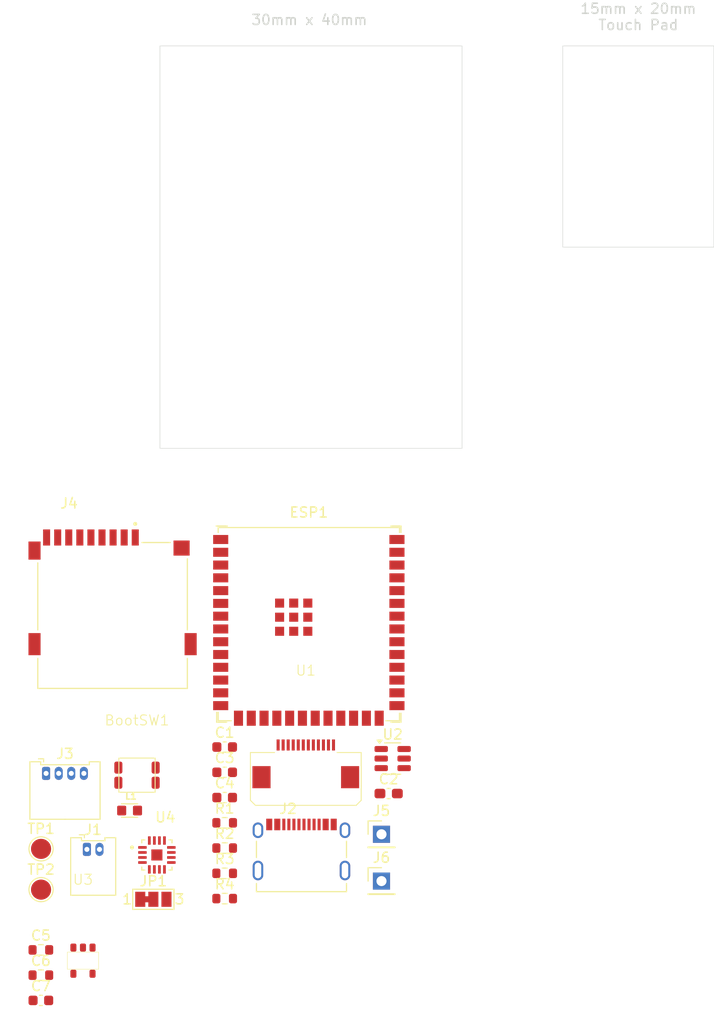
<source format=kicad_pcb>
(kicad_pcb (version 20240108) (generator "pcbnew") (generator_version "8.0")
  (layers (0 "F.Cu" signal) (31 "B.Cu" signal) (34 "B.Paste" user) (35 "F.Paste" user) (36 "B.SilkS" user "B.Silkscreen") (37 "F.SilkS" user "F.Silkscreen") (38 "B.Mask" user) (39 "F.Mask" user) (44 "Edge.Cuts" user))
  (net 0 "")
  (net 1 "Net-(ESP1-GPIO0{slash}BOOT)")
  (net 2 "GND")
  (net 3 "Net-(ESP1-EN)")
  (net 4 "+3V3")
  (net 5 "/3V3 Regulator/Vin")
  (net 9 "USB -")
  (net 19 "USB +")
  (net 41 "Net-(J1-Pin_1)")
  (net 42 "Net-(J1-Pin_2)")
  (net 45 "Net-(J2-CC1)")
  (net 47 "Net-(J2-VBUS_A)")
  (net 48 "Net-(J2-CC2)")
  (net 52 "+5V")
  (net 53 "SD Card Detect")
  (net 54 "SD Card CS")
  (net 55 "SD Card MISO")
  (net 57 "SD Card MOSI")
  (net 58 "SD Card CLK")
  (net 60 "Touch Pad")
  (net 61 "Net-(J6-Pin_1)")
  (net 62 "Net-(JP1-C)")
  (net 63 "Mic SCK")
  (net 64 "Snoot TX")
  (net 65 "Mic SD")
  (net 66 "Mic WS")
  (net 67 "Sensors SDA")
  (net 68 "Sensors SCL")
  (net 69 "SnootRX")
  (net 70 "Snoot GPIO")
  (net 74 "Speaker SCK")
  (net 75 "Speaker WS")
  (net 79 "Speaker SD")
  (net 81 "Speaker Enable{slash}Filter")
  (footprint "Capacitor_SMD:C_0603_1608Metric" (layer "F.Cu") (at 136.43 124.7)
    (property "Reference" "C4" (at 0 -1.43 0) (layer "F.SilkS"))
    (property "Value" "10uF")
    (fp_line (start -0.14058 -0.51) (end 0.14058 -0.51) (stroke (width 0.12)) (layer "F.SilkS"))
    (fp_line (start -0.14058 0.51) (end 0.14058 0.51) (stroke (width 0.12)) (layer "F.SilkS"))
    (pad "1" smd roundrect (at -0.775 0) (size 0.9 0.95) (layers "F.Cu" "F.Paste" "F.Mask") (net 5 "/3V3 Regulator/Vin"))
    (pad "2" smd roundrect (at 0.775 0) (size 0.9 0.95) (layers "F.Cu" "F.Paste" "F.Mask") (net 2 "GND"))
  )
  (footprint "Connector_PinHeader_2.54mm:PinHeader_1x01_P2.54mm_Vertical" (layer "F.Cu") (at 152 128.35)
    (property "Reference" "J5" (at 0 -2.33 0) (layer "F.SilkS"))
    (property "Value" "Touch Pad")
    (fp_line (start -1.33 -1.33) (end 0 -1.33) (stroke (width 0.12)) (layer "F.SilkS"))
    (fp_line (start -1.33 0) (end -1.33 -1.33) (stroke (width 0.12)) (layer "F.SilkS"))
    (fp_line (start -1.33 1.27) (end -1.33 1.33) (stroke (width 0.12)) (layer "F.SilkS"))
    (fp_line (start -1.33 1.27) (end 1.33 1.27) (stroke (width 0.12)) (layer "F.SilkS"))
    (fp_line (start -1.33 1.33) (end 1.33 1.33) (stroke (width 0.12)) (layer "F.SilkS"))
    (fp_line (start 1.33 1.27) (end 1.33 1.33) (stroke (width 0.12)) (layer "F.SilkS"))
    (pad "1" thru_hole rect (at 0 0) (size 1.7 1.7) (drill 1) (layers "*.Cu" "*.Mask") (net 60 "Touch Pad"))
  )
  (footprint "Resistor_SMD:R_0603_1608Metric" (layer "F.Cu") (at 136.43 132.23)
    (property "Reference" "R3" (at 0 -1.43 0) (layer "F.SilkS"))
    (property "Value" "5.1K")
    (fp_line (start -0.237258 -0.5225) (end 0.237258 -0.5225) (stroke (width 0.12)) (layer "F.SilkS"))
    (fp_line (start -0.237258 0.5225) (end 0.237258 0.5225) (stroke (width 0.12)) (layer "F.SilkS"))
    (pad "1" smd roundrect (at -0.825 0) (size 0.8 0.95) (layers "F.Cu" "F.Paste" "F.Mask") (net 48 "Net-(J2-CC2)"))
    (pad "2" smd roundrect (at 0.825 0) (size 0.8 0.95) (layers "F.Cu" "F.Paste" "F.Mask") (net 2 "GND"))
  )
  (footprint "Resistor_SMD:R_0603_1608Metric" (layer "F.Cu") (at 136.43 127.21)
    (property "Reference" "R1" (at 0 -1.43 0) (layer "F.SilkS"))
    (property "Value" "10K")
    (fp_line (start -0.237258 -0.5225) (end 0.237258 -0.5225) (stroke (width 0.12)) (layer "F.SilkS"))
    (fp_line (start -0.237258 0.5225) (end 0.237258 0.5225) (stroke (width 0.12)) (layer "F.SilkS"))
    (pad "1" smd roundrect (at -0.825 0) (size 0.8 0.95) (layers "F.Cu" "F.Paste" "F.Mask") (net 4 "+3V3"))
    (pad "2" smd roundrect (at 0.825 0) (size 0.8 0.95) (layers "F.Cu" "F.Paste" "F.Mask") (net 3 "Net-(ESP1-EN)"))
  )
  (footprint "Connector_Molex:Molex_PicoBlade_53048-0210_1x02_P1.25mm_Horizontal" (layer "F.Cu") (at 122.75 129.85)
    (property "Reference" "J1" (at 0.62 -1.95 0) (layer "F.SilkS"))
    (property "Value" "JST [A]")
    (fp_line (start -1.61 -1.16) (end -1.61 4.56) (stroke (width 0.12)) (layer "F.SilkS"))
    (fp_line (start -1.61 4.56) (end 0.625 4.56) (stroke (width 0.12)) (layer "F.SilkS"))
    (fp_line (start -0.54 -1.16) (end -1.61 -1.16) (stroke (width 0.12)) (layer "F.SilkS"))
    (fp_line (start -0.54 -0.86) (end -0.54 -1.16) (stroke (width 0.12)) (layer "F.SilkS"))
    (fp_line (start -0.25 -1.45) (end -0.75 -1.45) (stroke (width 0.12)) (layer "F.SilkS"))
    (fp_line (start -0.25 -1.15) (end -0.25 -1.45) (stroke (width 0.12)) (layer "F.SilkS"))
    (fp_line (start 0.625 -0.86) (end -0.54 -0.86) (stroke (width 0.12)) (layer "F.SilkS"))
    (fp_line (start 0.625 -0.86) (end 1.79 -0.86) (stroke (width 0.12)) (layer "F.SilkS"))
    (fp_line (start 1.79 -1.16) (end 2.86 -1.16) (stroke (width 0.12)) (layer "F.SilkS"))
    (fp_line (start 1.79 -0.86) (end 1.79 -1.16) (stroke (width 0.12)) (layer "F.SilkS"))
    (fp_line (start 2.86 -1.16) (end 2.86 4.56) (stroke (width 0.12)) (layer "F.SilkS"))
    (fp_line (start 2.86 4.56) (end 0.625 4.56) (stroke (width 0.12)) (layer "F.SilkS"))
    (pad "1" thru_hole roundrect (at 0 0) (size 0.8 1.3) (drill 0.5) (layers "*.Cu" "*.Mask") (net 41 "Net-(J1-Pin_1)"))
    (pad "2" thru_hole oval (at 1.25 0) (size 0.8 1.3) (drill 0.5) (layers "*.Cu" "*.Mask") (net 42 "Net-(J1-Pin_2)"))
  )
  (footprint "PCM_Espressif:ESP32-S3-WROOM-1U" (layer "F.Cu") (at 144.785 107.315)
    (property "Reference" "ESP1" (at 0 -10.95 0) (layer "F.SilkS"))
    (property "Value" "ESP32-S3-WROOM-1")
    (fp_line (start -9.2 -9.6) (end -8.1 -9.6) (stroke (width 0.12)) (layer "F.SilkS"))
    (fp_line (start -9.15 9.9) (end -9.15 8.9) (stroke (width 0.12)) (layer "F.SilkS"))
    (fp_line (start -9.15 9.9) (end -8.15 9.9) (stroke (width 0.12)) (layer "F.SilkS"))
    (fp_line (start -9 -9.45) (end -9 -8.95) (stroke (width 0.12)) (layer "F.SilkS"))
    (fp_line (start -9 8.9) (end -9 9.75) (stroke (width 0.12)) (layer "F.SilkS"))
    (fp_line (start -9 9.75) (end -7.7 9.75) (stroke (width 0.12)) (layer "F.SilkS"))
    (fp_line (start 9 -9.45) (end -9 -9.45) (stroke (width 0.12)) (layer "F.SilkS"))
    (fp_line (start 9 -9.45) (end 9 -8.95) (stroke (width 0.12)) (layer "F.SilkS"))
    (fp_line (start 9 9) (end 9 9.75) (stroke (width 0.12)) (layer "F.SilkS"))
    (fp_line (start 9 9.75) (end 7.65 9.75) (stroke (width 0.12)) (layer "F.SilkS"))
    (fp_line (start 9.15 -9.6) (end 8.15 -9.6) (stroke (width 0.12)) (layer "F.SilkS"))
    (fp_line (start 9.15 -8.95) (end 9.15 -9.6) (stroke (width 0.12)) (layer "F.SilkS"))
    (fp_line (start 9.15 9) (end 9.15 9.9) (stroke (width 0.12)) (layer "F.SilkS"))
    (fp_line (start 9.15 9.9) (end 8.15 9.9) (stroke (width 0.12)) (layer "F.SilkS"))
    (pad "1" smd rect (at -8.75 -8.26) (size 1.5 0.9) (layers "F.Cu" "F.Paste" "F.Mask") (net 2 "GND"))
    (pad "2" smd rect (at -8.75 -6.99) (size 1.5 0.9) (layers "F.Cu" "F.Paste" "F.Mask") (net 4 "+3V3"))
    (pad "3" smd rect (at -8.75 -5.72) (size 1.5 0.9) (layers "F.Cu" "F.Paste" "F.Mask") (net 3 "Net-(ESP1-EN)"))
    (pad "4" smd rect (at -8.75 -4.45) (size 1.5 0.9) (layers "F.Cu" "F.Paste" "F.Mask"))
    (pad "5" smd rect (at -8.75 -3.18) (size 1.5 0.9) (layers "F.Cu" "F.Paste" "F.Mask"))
    (pad "6" smd rect (at -8.75 -1.91) (size 1.5 0.9) (layers "F.Cu" "F.Paste" "F.Mask"))
    (pad "7" smd rect (at -8.75 -0.64) (size 1.5 0.9) (layers "F.Cu" "F.Paste" "F.Mask"))
    (pad "8" smd rect (at -8.75 0.63) (size 1.5 0.9) (layers "F.Cu" "F.Paste" "F.Mask"))
    (pad "9" smd rect (at -8.75 1.9) (size 1.5 0.9) (layers "F.Cu" "F.Paste" "F.Mask"))
    (pad "10" smd rect (at -8.75 3.17) (size 1.5 0.9) (layers "F.Cu" "F.Paste" "F.Mask"))
    (pad "11" smd rect (at -8.75 4.44) (size 1.5 0.9) (layers "F.Cu" "F.Paste" "F.Mask"))
    (pad "12" smd rect (at -8.75 5.71) (size 1.5 0.9) (layers "F.Cu" "F.Paste" "F.Mask"))
    (pad "13" smd rect (at -8.75 6.98) (size 1.5 0.9) (layers "F.Cu" "F.Paste" "F.Mask") (net 9 "USB -"))
    (pad "14" smd rect (at -8.75 8.25) (size 1.5 0.9) (layers "F.Cu" "F.Paste" "F.Mask") (net 19 "USB +"))
    (pad "15" smd rect (at -6.985 9.5 90) (size 1.5 0.9) (layers "F.Cu" "F.Paste" "F.Mask"))
    (pad "16" smd rect (at -5.715 9.5 90) (size 1.5 0.9) (layers "F.Cu" "F.Paste" "F.Mask"))
    (pad "17" smd rect (at -4.445 9.5 90) (size 1.5 0.9) (layers "F.Cu" "F.Paste" "F.Mask"))
    (pad "18" smd rect (at -3.175 9.5 90) (size 1.5 0.9) (layers "F.Cu" "F.Paste" "F.Mask"))
    (pad "19" smd rect (at -1.905 9.5 90) (size 1.5 0.9) (layers "F.Cu" "F.Paste" "F.Mask"))
    (pad "20" smd rect (at -0.635 9.5 90) (size 1.5 0.9) (layers "F.Cu" "F.Paste" "F.Mask"))
    (pad "21" smd rect (at 0.635 9.5 90) (size 1.5 0.9) (layers "F.Cu" "F.Paste" "F.Mask"))
    (pad "22" smd rect (at 1.905 9.5 90) (size 1.5 0.9) (layers "F.Cu" "F.Paste" "F.Mask"))
    (pad "23" smd rect (at 3.175 9.5 90) (size 1.5 0.9) (layers "F.Cu" "F.Paste" "F.Mask"))
    (pad "24" smd rect (at 4.445 9.5 90) (size 1.5 0.9) (layers "F.Cu" "F.Paste" "F.Mask"))
    (pad "25" smd rect (at 5.715 9.5 90) (size 1.5 0.9) (layers "F.Cu" "F.Paste" "F.Mask"))
    (pad "26" smd rect (at 6.985 9.5 90) (size 1.5 0.9) (layers "F.Cu" "F.Paste" "F.Mask"))
    (pad "27" smd rect (at 8.75 8.25 180) (size 1.5 0.9) (layers "F.Cu" "F.Paste" "F.Mask") (net 1 "Net-(ESP1-GPIO0{slash}BOOT)"))
    (pad "28" smd rect (at 8.75 6.98 180) (size 1.5 0.9) (layers "F.Cu" "F.Paste" "F.Mask"))
    (pad "29" smd rect (at 8.75 5.71 180) (size 1.5 0.9) (layers "F.Cu" "F.Paste" "F.Mask"))
    (pad "30" smd rect (at 8.75 4.44 180) (size 1.5 0.9) (layers "F.Cu" "F.Paste" "F.Mask"))
    (pad "31" smd rect (at 8.75 3.17 180) (size 1.5 0.9) (layers "F.Cu" "F.Paste" "F.Mask"))
    (pad "32" smd rect (at 8.75 1.9 180) (size 1.5 0.9) (layers "F.Cu" "F.Paste" "F.Mask"))
    (pad "33" smd rect (at 8.75 0.63 180) (size 1.5 0.9) (layers "F.Cu" "F.Paste" "F.Mask"))
    (pad "34" smd rect (at 8.75 -0.64 180) (size 1.5 0.9) (layers "F.Cu" "F.Paste" "F.Mask"))
    (pad "35" smd rect (at 8.75 -1.91 180) (size 1.5 0.9) (layers "F.Cu" "F.Paste" "F.Mask"))
    (pad "36" smd rect (at 8.75 -3.18 180) (size 1.5 0.9) (layers "F.Cu" "F.Paste" "F.Mask"))
    (pad "37" smd rect (at 8.75 -4.45 180) (size 1.5 0.9) (layers "F.Cu" "F.Paste" "F.Mask"))
    (pad "38" smd rect (at 8.75 -5.72 180) (size 1.5 0.9) (layers "F.Cu" "F.Paste" "F.Mask"))
    (pad "39" smd rect (at 8.75 -6.99 180) (size 1.5 0.9) (layers "F.Cu" "F.Paste" "F.Mask"))
    (pad "40" smd rect (at 8.75 -8.26 180) (size 1.5 0.9) (layers "F.Cu" "F.Paste" "F.Mask") (net 2 "GND"))
    (pad "41" smd rect (at -2.9 -1.94 180) (size 0.9 0.9) (layers "F.Cu" "F.Paste" "F.Mask") (net 2 "GND"))
    (pad "41" smd rect (at -2.9 -0.54 180) (size 0.9 0.9) (layers "F.Cu" "F.Paste" "F.Mask") (net 2 "GND"))
    (pad "41" smd rect (at -2.9 0.86 180) (size 0.9 0.9) (layers "F.Cu" "F.Paste" "F.Mask") (net 2 "GND"))
    (pad "41" smd rect (at -1.5 -1.94 180) (size 0.9 0.9) (layers "F.Cu" "F.Paste" "F.Mask") (net 2 "GND"))
    (pad "41" smd rect (at -1.5 -0.54 180) (size 0.9 0.9) (layers "F.Cu" "F.Paste" "F.Mask") (net 2 "GND"))
    (pad "41" smd rect (at -1.5 0.86 180) (size 0.9 0.9) (layers "F.Cu" "F.Paste" "F.Mask") (net 2 "GND"))
    (pad "41" smd rect (at -0.1 -1.94 180) (size 0.9 0.9) (layers "F.Cu" "F.Paste" "F.Mask") (net 2 "GND"))
    (pad "41" smd rect (at -0.1 -0.54 180) (size 0.9 0.9) (layers "F.Cu" "F.Paste" "F.Mask") (net 2 "GND"))
    (pad "41" smd rect (at -0.1 0.86 180) (size 0.9 0.9) (layers "F.Cu" "F.Paste" "F.Mask") (net 2 "GND"))
  )
  (footprint "Button-R-667843:Button-R-667843" (layer "F.Cu") (at 127.725 122.475)
    (property "Reference" "BootSW1" (at 0 -5.45 0) (layer "F.SilkS") (effects (font (thickness 0.1))))
    (property "Value" "SW_Push")
    (fp_rect (start -1.8 -1.7) (end 1.8 1.7) (stroke (width 0.1)) (fill none) (layer "F.SilkS"))
    (pad "1" smd roundrect (at -1.85 -0.75) (size 0.8 1.2) (layers "F.Cu" "F.Paste" "F.Mask") (net 1 "Net-(ESP1-GPIO0{slash}BOOT)"))
    (pad "1" smd roundrect (at -1.85 0.75) (size 0.8 1.2) (layers "F.Cu" "F.Paste" "F.Mask") (net 1 "Net-(ESP1-GPIO0{slash}BOOT)"))
    (pad "2" smd roundrect (at 1.85 -0.75) (size 0.8 1.2) (layers "F.Cu" "F.Paste" "F.Mask") (net 2 "GND"))
    (pad "2" smd roundrect (at 1.85 0.75) (size 0.8 1.2) (layers "F.Cu" "F.Paste" "F.Mask") (net 2 "GND"))
  )
  (footprint "Connector_Molex:Molex_PicoBlade_53048-0410_1x04_P1.25mm_Horizontal" (layer "F.Cu") (at 118.7 122.3)
    (property "Reference" "J3" (at 1.88 -1.95 0) (layer "F.SilkS"))
    (property "Value" "JST [K]")
    (fp_line (start -1.61 -1.16) (end -1.61 4.56) (stroke (width 0.12)) (layer "F.SilkS"))
    (fp_line (start -1.61 4.56) (end 1.875 4.56) (stroke (width 0.12)) (layer "F.SilkS"))
    (fp_line (start -0.54 -1.16) (end -1.61 -1.16) (stroke (width 0.12)) (layer "F.SilkS"))
    (fp_line (start -0.54 -0.86) (end -0.54 -1.16) (stroke (width 0.12)) (layer "F.SilkS"))
    (fp_line (start -0.25 -1.45) (end -0.75 -1.45) (stroke (width 0.12)) (layer "F.SilkS"))
    (fp_line (start -0.25 -1.15) (end -0.25 -1.45) (stroke (width 0.12)) (layer "F.SilkS"))
    (fp_line (start 1.875 -0.86) (end -0.54 -0.86) (stroke (width 0.12)) (layer "F.SilkS"))
    (fp_line (start 1.875 -0.86) (end 4.29 -0.86) (stroke (width 0.12)) (layer "F.SilkS"))
    (fp_line (start 4.29 -1.16) (end 5.36 -1.16) (stroke (width 0.12)) (layer "F.SilkS"))
    (fp_line (start 4.29 -0.86) (end 4.29 -1.16) (stroke (width 0.12)) (layer "F.SilkS"))
    (fp_line (start 5.36 -1.16) (end 5.36 4.56) (stroke (width 0.12)) (layer "F.SilkS"))
    (fp_line (start 5.36 4.56) (end 1.875 4.56) (stroke (width 0.12)) (layer "F.SilkS"))
    (pad "1" thru_hole roundrect (at 0 0) (size 0.8 1.3) (drill 0.5) (layers "*.Cu" "*.Mask") (net 2 "GND"))
    (pad "2" thru_hole oval (at 1.25 0) (size 0.8 1.3) (drill 0.5) (layers "*.Cu" "*.Mask") (net 52 "+5V"))
    (pad "3" thru_hole oval (at 2.5 0) (size 0.8 1.3) (drill 0.5) (layers "*.Cu" "*.Mask") (net 52 "+5V"))
    (pad "4" thru_hole oval (at 3.75 0) (size 0.8 1.3) (drill 0.5) (layers "*.Cu" "*.Mask") (net 2 "GND"))
  )
  (footprint "Package_TO_SOT_SMD:SOT-23-6" (layer "F.Cu") (at 153.11 120.825)
    (property "Reference" "U2" (at 0 -2.4 0) (layer "F.SilkS"))
    (property "Value" "SRV05-4")
    (fp_line (start 0 -1.56) (end -0.8 -1.56) (stroke (width 0.12)) (layer "F.SilkS"))
    (fp_line (start 0 -1.56) (end 0.8 -1.56) (stroke (width 0.12)) (layer "F.SilkS"))
    (fp_line (start 0 1.56) (end -0.8 1.56) (stroke (width 0.12)) (layer "F.SilkS"))
    (fp_line (start 0 1.56) (end 0.8 1.56) (stroke (width 0.12)) (layer "F.SilkS"))
    (fp_poly (pts (xy -1.3 -1.51) (xy -1.54 -1.84) (xy -1.06 -1.84) (xy -1.3 -1.51)) (stroke (width 0.12)) (fill solid) (layer "F.SilkS"))
    (pad "1" smd roundrect (at -1.1375 -0.95) (size 1.325 0.6) (layers "F.Cu" "F.Paste" "F.Mask") (net 19 "USB +"))
    (pad "2" smd roundrect (at -1.1375 0) (size 1.325 0.6) (layers "F.Cu" "F.Paste" "F.Mask") (net 2 "GND"))
    (pad "3" smd roundrect (at -1.1375 0.95) (size 1.325 0.6) (layers "F.Cu" "F.Paste" "F.Mask"))
    (pad "4" smd roundrect (at 1.1375 0.95) (size 1.325 0.6) (layers "F.Cu" "F.Paste" "F.Mask") (net 9 "USB -"))
    (pad "5" smd roundrect (at 1.1375 0) (size 1.325 0.6) (layers "F.Cu" "F.Paste" "F.Mask") (net 52 "+5V"))
    (pad "6" smd roundrect (at 1.1375 -0.95) (size 1.325 0.6) (layers "F.Cu" "F.Paste" "F.Mask"))
  )
  (footprint "Resistor_SMD:R_0603_1608Metric" (layer "F.Cu") (at 118.18 142.35)
    (property "Reference" "C6" (at 0 -1.43 0) (layer "F.SilkS"))
    (property "Value" "1uF")
    (fp_line (start -0.237258 -0.5225) (end 0.237258 -0.5225) (stroke (width 0.12)) (layer "F.SilkS"))
    (fp_line (start -0.237258 0.5225) (end 0.237258 0.5225) (stroke (width 0.12)) (layer "F.SilkS"))
    (pad "1" smd roundrect (at -0.825 0) (size 0.8 0.95) (layers "F.Cu" "F.Paste" "F.Mask") (net 4 "+3V3"))
    (pad "2" smd roundrect (at 0.825 0) (size 0.8 0.95) (layers "F.Cu" "F.Paste" "F.Mask") (net 2 "GND"))
  )
  (footprint "MicroSD_MSD_1_A:CUI_MSD-1-A" (layer "F.Cu") (at 125.3 106.605)
    (property "Reference" "J4" (at -4.325 -11.135 0) (layer "F.SilkS"))
    (property "Value" "MSD-1-A")
    (fp_line (start -7.425 -5.23) (end -7.425 1.43) (stroke (width 0.127)) (layer "F.SilkS"))
    (fp_line (start -7.425 4.27) (end -7.425 7.25) (stroke (width 0.127)) (layer "F.SilkS"))
    (fp_line (start -7.425 7.25) (end 7.425 7.25) (stroke (width 0.127)) (layer "F.SilkS"))
    (fp_line (start 5.73 -7.25) (end 2.92 -7.25) (stroke (width 0.127)) (layer "F.SilkS"))
    (fp_line (start 7.425 -5.63) (end 7.425 1.43) (stroke (width 0.127)) (layer "F.SilkS"))
    (fp_line (start 7.425 4.27) (end 7.425 7.25) (stroke (width 0.127)) (layer "F.SilkS"))
    (fp_circle (center 2.25 -9.1) (end 2.35 -9.1) (stroke (width 0.2)) (fill none) (layer "F.SilkS"))
    (pad "" np_thru_hole circle (at -4.95 3.25) (size 1 1) (drill 1) (layers "*.Cu" "*.Mask"))
    (pad "" np_thru_hole circle (at 3.05 3.25) (size 1 1) (drill 1) (layers "*.Cu" "*.Mask"))
    (pad "1" smd rect (at 2.25 -7.75) (size 0.7 1.6) (layers "F.Cu" "F.Paste" "F.Mask"))
    (pad "2" smd rect (at 1.15 -7.75) (size 0.7 1.6) (layers "F.Cu" "F.Paste" "F.Mask") (net 54 "SD Card CS"))
    (pad "3" smd rect (at 0.05 -7.75) (size 0.7 1.6) (layers "F.Cu" "F.Paste" "F.Mask") (net 57 "SD Card MOSI"))
    (pad "4" smd rect (at -1.05 -7.75) (size 0.7 1.6) (layers "F.Cu" "F.Paste" "F.Mask") (net 4 "+3V3"))
    (pad "5" smd rect (at -2.15 -7.75) (size 0.7 1.6) (layers "F.Cu" "F.Paste" "F.Mask") (net 58 "SD Card CLK"))
    (pad "6" smd rect (at -3.25 -7.75) (size 0.7 1.6) (layers "F.Cu" "F.Paste" "F.Mask") (net 2 "GND"))
    (pad "7" smd rect (at -4.35 -7.75) (size 0.7 1.6) (layers "F.Cu" "F.Paste" "F.Mask") (net 55 "SD Card MISO"))
    (pad "8" smd rect (at -5.45 -7.75) (size 0.7 1.6) (layers "F.Cu" "F.Paste" "F.Mask"))
    (pad "CD" smd rect (at -6.55 -7.75) (size 0.7 1.6) (layers "F.Cu" "F.Paste" "F.Mask") (net 53 "SD Card Detect"))
    (pad "G1" smd rect (at -7.75 -6.45) (size 1.2 1.8) (layers "F.Cu" "F.Paste" "F.Mask") (net 2 "GND"))
    (pad "G2" smd rect (at 6.85 -6.7) (size 1.6 1.5) (layers "F.Cu" "F.Paste" "F.Mask") (net 2 "GND"))
    (pad "G3" smd rect (at -7.75 2.85) (size 1.2 2.2) (layers "F.Cu" "F.Paste" "F.Mask") (net 2 "GND"))
    (pad "G4" smd rect (at 7.75 2.85) (size 1.2 2.2) (layers "F.Cu" "F.Paste" "F.Mask") (net 2 "GND"))
  )
  (footprint "TestPoint:TestPoint_Pad_D2.0mm" (layer "F.Cu") (at 118.2 129.8)
    (property "Reference" "TP1" (at 0 -1.998 0) (layer "F.SilkS"))
    (property "Value" "Touch Pad")
    (fp_circle (center 0 0) (end 0 1.2) (stroke (width 0.12)) (fill none) (layer "F.SilkS"))
    (pad "1" smd circle (at 0 0) (size 2 2) (layers "F.Cu" "F.Mask") (net 60 "Touch Pad"))
  )
  (footprint "Resistor_SMD:R_0603_1608Metric" (layer "F.Cu") (at 136.43 134.74)
    (property "Reference" "R4" (at 0 -1.43 0) (layer "F.SilkS"))
    (property "Value" "5.1K")
    (fp_line (start -0.237258 -0.5225) (end 0.237258 -0.5225) (stroke (width 0.12)) (layer "F.SilkS"))
    (fp_line (start -0.237258 0.5225) (end 0.237258 0.5225) (stroke (width 0.12)) (layer "F.SilkS"))
    (pad "1" smd roundrect (at -0.825 0) (size 0.8 0.95) (layers "F.Cu" "F.Paste" "F.Mask") (net 45 "Net-(J2-CC1)"))
    (pad "2" smd roundrect (at 0.825 0) (size 0.8 0.95) (layers "F.Cu" "F.Paste" "F.Mask") (net 2 "GND"))
  )
  (footprint "Resistor_SMD:R_0603_1608Metric" (layer "F.Cu") (at 136.43 129.72)
    (property "Reference" "R2" (at 0 -1.43 0) (layer "F.SilkS"))
    (property "Value" "10K")
    (fp_line (start -0.237258 -0.5225) (end 0.237258 -0.5225) (stroke (width 0.12)) (layer "F.SilkS"))
    (fp_line (start -0.237258 0.5225) (end 0.237258 0.5225) (stroke (width 0.12)) (layer "F.SilkS"))
    (pad "1" smd roundrect (at -0.825 0) (size 0.8 0.95) (layers "F.Cu" "F.Paste" "F.Mask") (net 4 "+3V3"))
    (pad "2" smd roundrect (at 0.825 0) (size 0.8 0.95) (layers "F.Cu" "F.Paste" "F.Mask") (net 1 "Net-(ESP1-GPIO0{slash}BOOT)"))
  )
  (footprint "Capacitor_SMD:C_0603_1608Metric" (layer "F.Cu") (at 136.43 122.19)
    (property "Reference" "C3" (at 0 -1.43 0) (layer "F.SilkS"))
    (property "Value" "0.1uF")
    (fp_line (start -0.14058 -0.51) (end 0.14058 -0.51) (stroke (width 0.12)) (layer "F.SilkS"))
    (fp_line (start -0.14058 0.51) (end 0.14058 0.51) (stroke (width 0.12)) (layer "F.SilkS"))
    (pad "1" smd roundrect (at -0.775 0) (size 0.9 0.95) (layers "F.Cu" "F.Paste" "F.Mask") (net 4 "+3V3"))
    (pad "2" smd roundrect (at 0.775 0) (size 0.9 0.95) (layers "F.Cu" "F.Paste" "F.Mask") (net 2 "GND"))
  )
  (footprint "Connector_PinHeader_2.54mm:PinHeader_1x01_P2.54mm_Vertical" (layer "F.Cu") (at 152 133)
    (property "Reference" "J6" (at 0 -2.33 0) (layer "F.SilkS"))
    (property "Value" "Touch Pad")
    (fp_line (start -1.33 -1.33) (end 0 -1.33) (stroke (width 0.12)) (layer "F.SilkS"))
    (fp_line (start -1.33 0) (end -1.33 -1.33) (stroke (width 0.12)) (layer "F.SilkS"))
    (fp_line (start -1.33 1.27) (end -1.33 1.33) (stroke (width 0.12)) (layer "F.SilkS"))
    (fp_line (start -1.33 1.27) (end 1.33 1.27) (stroke (width 0.12)) (layer "F.SilkS"))
    (fp_line (start -1.33 1.33) (end 1.33 1.33) (stroke (width 0.12)) (layer "F.SilkS"))
    (fp_line (start 1.33 1.27) (end 1.33 1.33) (stroke (width 0.12)) (layer "F.SilkS"))
    (pad "1" thru_hole rect (at 0 0) (size 1.7 1.7) (drill 1) (layers "*.Cu" "*.Mask") (net 61 "Net-(J6-Pin_1)"))
  )
  (footprint "Capacitor_SMD:C_0603_1608Metric" (layer "F.Cu") (at 136.43 119.68)
    (property "Reference" "C1" (at 0 -1.43 0) (layer "F.SilkS"))
    (property "Value" "1uF")
    (fp_line (start -0.14058 -0.51) (end 0.14058 -0.51) (stroke (width 0.12)) (layer "F.SilkS"))
    (fp_line (start -0.14058 0.51) (end 0.14058 0.51) (stroke (width 0.12)) (layer "F.SilkS"))
    (pad "1" smd roundrect (at -0.775 0) (size 0.9 0.95) (layers "F.Cu" "F.Paste" "F.Mask") (net 2 "GND"))
    (pad "2" smd roundrect (at 0.775 0) (size 0.9 0.95) (layers "F.Cu" "F.Paste" "F.Mask") (net 3 "Net-(ESP1-EN)"))
  )
  (footprint "AP7366-SOT25:AP7366" (layer "F.Cu") (at 122.36 140.91)
    (property "Reference" "U3" (at 0 -8.05 0) (layer "F.SilkS") (effects (font (thickness 0.1))))
    (property "Value" "AP7366-33W5-7")
    (fp_rect (start -1.55 -0.85) (end 1.55 0.85) (stroke (width 0.05)) (fill none) (layer "F.SilkS"))
    (pad "1" smd roundrect (at 0.95 -1.3 90) (size 0.8 0.6) (layers "F.Cu" "F.Paste" "F.Mask") (net 5 "/3V3 Regulator/Vin"))
    (pad "2" smd roundrect (at 0 -1.3 90) (size 0.8 0.6) (layers "F.Cu" "F.Paste" "F.Mask") (net 2 "GND"))
    (pad "3" smd roundrect (at -0.95 -1.3 90) (size 0.8 0.6) (layers "F.Cu" "F.Paste" "F.Mask") (net 5 "/3V3 Regulator/Vin"))
    (pad "4" smd roundrect (at -0.95 1.3 90) (size 0.8 0.6) (layers "F.Cu" "F.Paste" "F.Mask"))
    (pad "5" smd roundrect (at 0.95 1.3 90) (size 0.8 0.6) (layers "F.Cu" "F.Paste" "F.Mask") (net 4 "+3V3"))
  )
  (footprint "Ferrite_Bead_MPZ1608S601ATA00:INDC1608X95N" (layer "F.Cu") (at 126.99 125.99)
    (property "Reference" "L1" (at 0.130095 -1.419989 0) (layer "F.SilkS") (effects (font (size 0.630361 0.630361))))
    (property "Value" "MPZ1608S601ATA00")
    (fp_line (start -0.8 -0.665) (end 0.8 -0.665) (stroke (width 0.127)) (layer "F.SilkS"))
    (fp_line (start -0.8 0.665) (end 0.8 0.665) (stroke (width 0.127)) (layer "F.SilkS"))
    (pad "1" smd roundrect (at -0.785 0) (size 0.9 0.97) (layers "F.Cu" "F.Paste" "F.Mask") (roundrect_rratio 0.15) (net 47 "Net-(J2-VBUS_A)"))
    (pad "2" smd roundrect (at 0.785 0) (size 0.9 0.97) (layers "F.Cu" "F.Paste" "F.Mask") (roundrect_rratio 0.15) (net 5 "/3V3 Regulator/Vin"))
  )
  (footprint "FFC_Connector:FFC Aliexpress 0.5mm 12P" (layer "F.Cu") (at 144.485 120.425)
    (property "Reference" "U1" (at 0 -8.35 0) (layer "F.SilkS") (effects (font (thickness 0.1))))
    (property "Value" "FFC [S]")
    (fp_line (start -5.5 -0.2) (end -3.1 -0.2) (stroke (width 0.1)) (layer "F.SilkS"))
    (fp_line (start -5.5 3.15) (end -5.5 -0.2) (stroke (width 0.1)) (layer "F.SilkS"))
    (fp_line (start -5.5 4.55) (end -5.5 3.15) (stroke (width 0.1)) (layer "F.SilkS"))
    (fp_line (start -5 5.05) (end -5.5 4.55) (stroke (width 0.1)) (layer "F.SilkS"))
    (fp_line (start -5 5.05) (end 5 5.05) (stroke (width 0.1)) (layer "F.SilkS"))
    (fp_line (start 3.1 -0.2) (end 5.5 -0.2) (stroke (width 0.1)) (layer "F.SilkS"))
    (fp_line (start 5 5.05) (end 5.5 4.55) (stroke (width 0.1)) (layer "F.SilkS"))
    (fp_line (start 5.5 -0.2) (end 5.5 3.15) (stroke (width 0.1)) (layer "F.SilkS"))
    (fp_line (start 5.5 4.55) (end 5.5 3.15) (stroke (width 0.1)) (layer "F.SilkS"))
    (pad "" smd rect (at -4.4 2.25) (size 1.8 2.2) (layers "F.Cu" "F.Paste" "F.Mask"))
    (pad "" smd rect (at 4.4 2.25) (size 1.8 2.2) (layers "F.Cu" "F.Paste" "F.Mask"))
    (pad "1" smd rect (at -2.75 -0.95) (size 0.3 1.1) (layers "F.Cu" "F.Paste" "F.Mask") (net 2 "GND"))
    (pad "2" smd rect (at -2.25 -0.95) (size 0.3 1.1) (layers "F.Cu" "F.Paste" "F.Mask") (net 67 "Sensors SDA"))
    (pad "3" smd rect (at -1.75 -0.95) (size 0.3 1.1) (layers "F.Cu" "F.Paste" "F.Mask") (net 68 "Sensors SCL"))
    (pad "4" smd rect (at -1.25 -0.95) (size 0.3 1.1) (layers "F.Cu" "F.Paste" "F.Mask") (net 70 "Snoot GPIO"))
    (pad "5" smd rect (at -0.75 -0.95) (size 0.3 1.1) (layers "F.Cu" "F.Paste" "F.Mask") (net 52 "+5V"))
    (pad "6" smd rect (at -0.25 -0.95) (size 0.3 1.1) (layers "F.Cu" "F.Paste" "F.Mask") (net 69 "SnootRX"))
    (pad "7" smd rect (at 0.25 -0.95) (size 0.3 1.1) (layers "F.Cu" "F.Paste" "F.Mask") (net 64 "Snoot TX"))
    (pad "8" smd rect (at 0.75 -0.95) (size 0.3 1.1) (layers "F.Cu" "F.Paste" "F.Mask") (net 52 "+5V"))
    (pad "9" smd rect (at 1.25 -0.95) (size 0.3 1.1) (layers "F.Cu" "F.Paste" "F.Mask") (net 65 "Mic SD"))
    (pad "10" smd rect (at 1.75 -0.95) (size 0.3 1.1) (layers "F.Cu" "F.Paste" "F.Mask") (net 66 "Mic WS"))
    (pad "11" smd rect (at 2.25 -0.95) (size 0.3 1.1) (layers "F.Cu" "F.Paste" "F.Mask") (net 63 "Mic SCK"))
    (pad "12" smd rect (at 2.75 -0.95) (size 0.3 1.1) (layers "F.Cu" "F.Paste" "F.Mask") (net 2 "GND"))
  )
  (footprint "I2S_Audio_MAX98357A:QFN50P300X300X80-17N" (layer "F.Cu") (at 129.7 130.405)
    (property "Reference" "U4" (at 0.835 -3.74 0) (layer "F.SilkS"))
    (property "Value" "MAX98357AETE_T")
    (fp_line (start -1.5 -1.5) (end -1.5 -1.205) (stroke (width 0.127)) (layer "F.SilkS"))
    (fp_line (start -1.5 -1.5) (end -1.205 -1.5) (stroke (width 0.127)) (layer "F.SilkS"))
    (fp_line (start -1.5 1.5) (end -1.5 1.205) (stroke (width 0.127)) (layer "F.SilkS"))
    (fp_line (start -1.5 1.5) (end -1.205 1.5) (stroke (width 0.127)) (layer "F.SilkS"))
    (fp_line (start 1.5 -1.5) (end 1.205 -1.5) (stroke (width 0.127)) (layer "F.SilkS"))
    (fp_line (start 1.5 -1.5) (end 1.5 -1.205) (stroke (width 0.127)) (layer "F.SilkS"))
    (fp_line (start 1.5 1.5) (end 1.205 1.5) (stroke (width 0.127)) (layer "F.SilkS"))
    (fp_line (start 1.5 1.5) (end 1.5 1.205) (stroke (width 0.127)) (layer "F.SilkS"))
    (fp_circle (center -2.475 -0.75) (end -2.375 -0.75) (stroke (width 0.2)) (fill none) (layer "F.SilkS"))
    (pad "1" smd roundrect (at -1.435 -0.75) (size 0.84 0.27) (layers "F.Cu" "F.Paste" "F.Mask") (roundrect_rratio 0.125) (net 79 "Speaker SD"))
    (pad "2" smd roundrect (at -1.435 -0.25) (size 0.84 0.27) (layers "F.Cu" "F.Paste" "F.Mask") (roundrect_rratio 0.125) (net 62 "Net-(JP1-C)"))
    (pad "3" smd roundrect (at -1.435 0.25) (size 0.84 0.27) (layers "F.Cu" "F.Paste" "F.Mask") (roundrect_rratio 0.125) (net 2 "GND"))
    (pad "4" smd roundrect (at -1.435 0.75) (size 0.84 0.27) (layers "F.Cu" "F.Paste" "F.Mask") (roundrect_rratio 0.125) (net 81 "Speaker Enable{slash}Filter"))
    (pad "5" smd roundrect (at -0.75 1.435) (size 0.27 0.84) (layers "F.Cu" "F.Paste" "F.Mask") (roundrect_rratio 0.125))
    (pad "6" smd roundrect (at -0.25 1.435) (size 0.27 0.84) (layers "F.Cu" "F.Paste" "F.Mask") (roundrect_rratio 0.125))
    (pad "7" smd roundrect (at 0.25 1.435) (size 0.27 0.84) (layers "F.Cu" "F.Paste" "F.Mask") (roundrect_rratio 0.125) (net 52 "+5V"))
    (pad "8" smd roundrect (at 0.75 1.435) (size 0.27 0.84) (layers "F.Cu" "F.Paste" "F.Mask") (roundrect_rratio 0.125) (net 52 "+5V"))
    (pad "9" smd roundrect (at 1.435 0.75) (size 0.84 0.27) (layers "F.Cu" "F.Paste" "F.Mask") (roundrect_rratio 0.125) (net 42 "Net-(J1-Pin_2)"))
    (pad "10" smd roundrect (at 1.435 0.25) (size 0.84 0.27) (layers "F.Cu" "F.Paste" "F.Mask") (roundrect_rratio 0.125) (net 41 "Net-(J1-Pin_1)"))
    (pad "11" smd roundrect (at 1.435 -0.25) (size 0.84 0.27) (layers "F.Cu" "F.Paste" "F.Mask") (roundrect_rratio 0.125) (net 2 "GND"))
    (pad "12" smd roundrect (at 1.435 -0.75) (size 0.84 0.27) (layers "F.Cu" "F.Paste" "F.Mask") (roundrect_rratio 0.125))
    (pad "13" smd roundrect (at 0.75 -1.435) (size 0.27 0.84) (layers "F.Cu" "F.Paste" "F.Mask") (roundrect_rratio 0.125))
    (pad "14" smd roundrect (at 0.25 -1.435) (size 0.27 0.84) (layers "F.Cu" "F.Paste" "F.Mask") (roundrect_rratio 0.125) (net 75 "Speaker WS"))
    (pad "15" smd roundrect (at -0.25 -1.435) (size 0.27 0.84) (layers "F.Cu" "F.Paste" "F.Mask") (roundrect_rratio 0.125) (net 2 "GND"))
    (pad "16" smd roundrect (at -0.75 -1.435) (size 0.27 0.84) (layers "F.Cu" "F.Paste" "F.Mask") (roundrect_rratio 0.125) (net 74 "Speaker SCK"))
    (pad "17" smd rect (at 0 0) (size 1.1 1.1) (layers "F.Cu" "F.Mask") (net 2 "GND"))
  )
  (footprint "Resistor_SMD:R_0603_1608Metric" (layer "F.Cu") (at 118.18 139.84)
    (property "Reference" "C5" (at 0 -1.43 0) (layer "F.SilkS"))
    (property "Value" "1uF")
    (fp_line (start -0.237258 -0.5225) (end 0.237258 -0.5225) (stroke (width 0.12)) (layer "F.SilkS"))
    (fp_line (start -0.237258 0.5225) (end 0.237258 0.5225) (stroke (width 0.12)) (layer "F.SilkS"))
    (pad "1" smd roundrect (at -0.825 0) (size 0.8 0.95) (layers "F.Cu" "F.Paste" "F.Mask") (net 5 "/3V3 Regulator/Vin"))
    (pad "2" smd roundrect (at 0.825 0) (size 0.8 0.95) (layers "F.Cu" "F.Paste" "F.Mask") (net 2 "GND"))
  )
  (footprint "Capacitor_SMD:C_0603_1608Metric" (layer "F.Cu") (at 118.18 144.86)
    (property "Reference" "C7" (at 0 -1.43 0) (layer "F.SilkS"))
    (property "Value" "10uF")
    (fp_line (start -0.14058 -0.51) (end 0.14058 -0.51) (stroke (width 0.12)) (layer "F.SilkS"))
    (fp_line (start -0.14058 0.51) (end 0.14058 0.51) (stroke (width 0.12)) (layer "F.SilkS"))
    (pad "1" smd roundrect (at -0.775 0) (size 0.9 0.95) (layers "F.Cu" "F.Paste" "F.Mask") (net 4 "+3V3"))
    (pad "2" smd roundrect (at 0.775 0) (size 0.9 0.95) (layers "F.Cu" "F.Paste" "F.Mask") (net 2 "GND"))
  )
  (footprint "Capacitor_SMD:C_0603_1608Metric_Pad1.08x0.95mm_HandSolder" (layer "F.Cu") (at 152.71 124.3)
    (property "Reference" "C2" (at 0 -1.43 0) (layer "F.SilkS"))
    (property "Value" "22uF")
    (fp_line (start -0.146267 -0.51) (end 0.146267 -0.51) (stroke (width 0.12)) (layer "F.SilkS"))
    (fp_line (start -0.146267 0.51) (end 0.146267 0.51) (stroke (width 0.12)) (layer "F.SilkS"))
    (pad "1" smd roundrect (at -0.8625 0) (size 1.075 0.95) (layers "F.Cu" "F.Paste" "F.Mask") (net 4 "+3V3"))
    (pad "2" smd roundrect (at 0.8625 0) (size 1.075 0.95) (layers "F.Cu" "F.Paste" "F.Mask") (net 2 "GND"))
  )
  (footprint "TestPoint:TestPoint_Pad_D2.0mm" (layer "F.Cu") (at 118.2 133.85)
    (property "Reference" "TP2" (at 0 -1.998 0) (layer "F.SilkS"))
    (property "Value" "Touch Pad")
    (fp_circle (center 0 0) (end 0 1.2) (stroke (width 0.12)) (fill none) (layer "F.SilkS"))
    (pad "1" smd circle (at 0 0) (size 2 2) (layers "F.Cu" "F.Mask") (net 61 "Net-(J6-Pin_1)"))
  )
  (footprint "Jumper:SolderJumper-3_P1.3mm_Bridged12_Pad1.0x1.5mm_NumberLabels" (layer "F.Cu") (at 129.35 134.81)
    (property "Reference" "JP1" (at 0 -1.8 0) (layer "F.SilkS"))
    (property "Value" "Gain")
    (fp_poly (pts (xy -0.9 -0.3) (xy -0.4 -0.3) (xy -0.4 0.3) (xy -0.9 0.3)) (fill solid) (layer "F.Cu"))
    (fp_line (start -2.05 -1) (end 2.05 -1) (stroke (width 0.12)) (layer "F.SilkS"))
    (fp_line (start -2.05 1) (end -2.05 -1) (stroke (width 0.12)) (layer "F.SilkS"))
    (fp_line (start 2.05 -1) (end 2.05 1) (stroke (width 0.12)) (layer "F.SilkS"))
    (fp_line (start 2.05 1) (end -2.05 1) (stroke (width 0.12)) (layer "F.SilkS"))
    (fp_text user "3" (at 2.6 0 0) (layer "F.SilkS"))
    (fp_text user "1" (at -2.6 0 0) (layer "F.SilkS"))
    (pad "1" smd rect (at -1.3 0) (size 1 1.5) (layers "F.Cu" "F.Mask") (net 2 "GND"))
    (pad "2" smd rect (at 0 0) (size 1 1.5) (layers "F.Cu" "F.Mask") (net 62 "Net-(JP1-C)"))
    (pad "3" smd rect (at 1.3 0) (size 1 1.5) (layers "F.Cu" "F.Mask") (net 52 "+5V"))
  )
  (footprint "USBC_10171746_00021LF:AMPHENOL_10171746-00021LF" (layer "F.Cu") (at 144.055 131.95)
    (property "Reference" "J2" (at -1.325 -6.135 0) (layer "F.SilkS"))
    (property "Value" "10171746-00021LF")
    (fp_line (start -4.47 -2.905) (end -4.47 -1.295) (stroke (width 0.127)) (layer "F.SilkS"))
    (fp_line (start -4.47 2.1) (end -4.47 1.295) (stroke (width 0.127)) (layer "F.SilkS"))
    (fp_line (start 4.47 -2.905) (end 4.47 -1.295) (stroke (width 0.127)) (layer "F.SilkS"))
    (fp_line (start 4.47 2.1) (end -4.47 2.1) (stroke (width 0.127)) (layer "F.SilkS"))
    (fp_line (start 4.47 2.1) (end 4.47 1.295) (stroke (width 0.127)) (layer "F.SilkS"))
    (pad "A1_B12" smd rect (at -3.2 -4.575) (size 0.6 1.15) (layers "F.Cu" "F.Paste" "F.Mask") (net 2 "GND"))
    (pad "A4_B9" smd rect (at -2.4 -4.575) (size 0.6 1.15) (layers "F.Cu" "F.Paste" "F.Mask") (net 47 "Net-(J2-VBUS_A)"))
    (pad "A5" smd rect (at -1.25 -4.575) (size 0.3 1.15) (layers "F.Cu" "F.Paste" "F.Mask") (net 45 "Net-(J2-CC1)"))
    (pad "A6" smd rect (at -0.25 -4.575) (size 0.3 1.15) (layers "F.Cu" "F.Paste" "F.Mask") (net 19 "USB +"))
    (pad "A7" smd rect (at 0.25 -4.575) (size 0.3 1.15) (layers "F.Cu" "F.Paste" "F.Mask") (net 9 "USB -"))
    (pad "A8" smd rect (at 1.25 -4.575) (size 0.3 1.15) (layers "F.Cu" "F.Paste" "F.Mask"))
    (pad "B1_A12" smd rect (at 3.2 -4.575) (size 0.6 1.15) (layers "F.Cu" "F.Paste" "F.Mask") (net 2 "GND"))
    (pad "B4_A9" smd rect (at 2.4 -4.575) (size 0.6 1.15) (layers "F.Cu" "F.Paste" "F.Mask") (net 47 "Net-(J2-VBUS_A)"))
    (pad "B5" smd rect (at 1.75 -4.575) (size 0.3 1.15) (layers "F.Cu" "F.Paste" "F.Mask") (net 48 "Net-(J2-CC2)"))
    (pad "B6" smd rect (at 0.75 -4.575) (size 0.3 1.15) (layers "F.Cu" "F.Paste" "F.Mask") (net 19 "USB +"))
    (pad "B7" smd rect (at -0.75 -4.575) (size 0.3 1.15) (layers "F.Cu" "F.Paste" "F.Mask") (net 9 "USB -"))
    (pad "B8" smd rect (at -1.75 -4.575) (size 0.3 1.15) (layers "F.Cu" "F.Paste" "F.Mask"))
    (pad "SH1" thru_hole oval (at -4.32 -4) (size 1.05 1.55) (drill oval 0.65 1.15) (layers "*.Cu" "*.Mask"))
    (pad "SH2" thru_hole oval (at 4.32 -4) (size 1.05 1.55) (drill oval 0.65 1.15) (layers "*.Cu" "*.Mask"))
    (pad "SH3" thru_hole oval (at -4.32 0) (size 1.05 1.95) (drill oval 0.65 1.55) (layers "*.Cu" "*.Mask"))
    (pad "SH4" thru_hole oval (at 4.32 0) (size 1.05 1.95) (drill oval 0.65 1.55) (layers "*.Cu" "*.Mask"))
  )
  (gr_rect (start 130 50) (end 160 90) (stroke (width 0.05)) (fill none) (layer "Edge.Cuts"))
  (gr_rect (start 170 50) (end 185 70) (stroke (width 0.05)) (fill none) (layer "Edge.Cuts"))
  (gr_text "15mm x 20mm\nTouch Pad" (at 177.5 48.5 0) (layer "Edge.Cuts") (effects (font (size 1 1)) (justify bottom)))
  (gr_text "30mm x 40mm" (at 139 48 0) (layer "Edge.Cuts") (effects (font (size 1 1)) (justify left bottom)))
)
</source>
